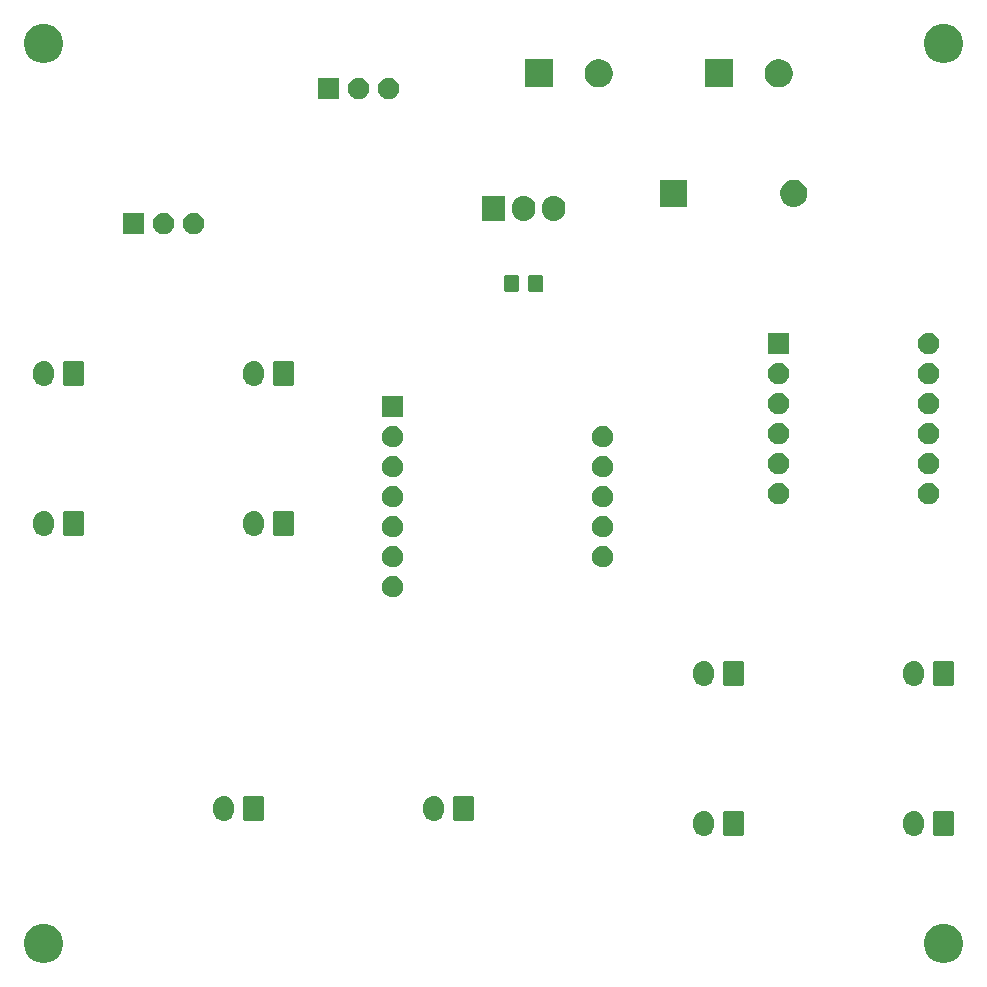
<source format=gbr>
G04 #@! TF.GenerationSoftware,KiCad,Pcbnew,(5.1.5)-3*
G04 #@! TF.CreationDate,2022-03-29T23:14:45-05:00*
G04 #@! TF.ProjectId,ThrottleReverseBrake,5468726f-7474-46c6-9552-657665727365,rev?*
G04 #@! TF.SameCoordinates,Original*
G04 #@! TF.FileFunction,Soldermask,Top*
G04 #@! TF.FilePolarity,Negative*
%FSLAX46Y46*%
G04 Gerber Fmt 4.6, Leading zero omitted, Abs format (unit mm)*
G04 Created by KiCad (PCBNEW (5.1.5)-3) date 2022-03-29 23:14:45*
%MOMM*%
%LPD*%
G04 APERTURE LIST*
%ADD10C,0.100000*%
G04 APERTURE END LIST*
D10*
G36*
X173095256Y-125391298D02*
G01*
X173201579Y-125412447D01*
X173502042Y-125536903D01*
X173772451Y-125717585D01*
X174002415Y-125947549D01*
X174183097Y-126217958D01*
X174307553Y-126518421D01*
X174371000Y-126837391D01*
X174371000Y-127162609D01*
X174307553Y-127481579D01*
X174183097Y-127782042D01*
X174002415Y-128052451D01*
X173772451Y-128282415D01*
X173502042Y-128463097D01*
X173201579Y-128587553D01*
X173095256Y-128608702D01*
X172882611Y-128651000D01*
X172557389Y-128651000D01*
X172344744Y-128608702D01*
X172238421Y-128587553D01*
X171937958Y-128463097D01*
X171667549Y-128282415D01*
X171437585Y-128052451D01*
X171256903Y-127782042D01*
X171132447Y-127481579D01*
X171069000Y-127162609D01*
X171069000Y-126837391D01*
X171132447Y-126518421D01*
X171256903Y-126217958D01*
X171437585Y-125947549D01*
X171667549Y-125717585D01*
X171937958Y-125536903D01*
X172238421Y-125412447D01*
X172344744Y-125391298D01*
X172557389Y-125349000D01*
X172882611Y-125349000D01*
X173095256Y-125391298D01*
G37*
G36*
X96895256Y-125391298D02*
G01*
X97001579Y-125412447D01*
X97302042Y-125536903D01*
X97572451Y-125717585D01*
X97802415Y-125947549D01*
X97983097Y-126217958D01*
X98107553Y-126518421D01*
X98171000Y-126837391D01*
X98171000Y-127162609D01*
X98107553Y-127481579D01*
X97983097Y-127782042D01*
X97802415Y-128052451D01*
X97572451Y-128282415D01*
X97302042Y-128463097D01*
X97001579Y-128587553D01*
X96895256Y-128608702D01*
X96682611Y-128651000D01*
X96357389Y-128651000D01*
X96144744Y-128608702D01*
X96038421Y-128587553D01*
X95737958Y-128463097D01*
X95467549Y-128282415D01*
X95237585Y-128052451D01*
X95056903Y-127782042D01*
X94932447Y-127481579D01*
X94869000Y-127162609D01*
X94869000Y-126837391D01*
X94932447Y-126518421D01*
X95056903Y-126217958D01*
X95237585Y-125947549D01*
X95467549Y-125717585D01*
X95737958Y-125536903D01*
X96038421Y-125412447D01*
X96144744Y-125391298D01*
X96357389Y-125349000D01*
X96682611Y-125349000D01*
X96895256Y-125391298D01*
G37*
G36*
X170356627Y-115802037D02*
G01*
X170526466Y-115853557D01*
X170682991Y-115937222D01*
X170718729Y-115966552D01*
X170820186Y-116049814D01*
X170903448Y-116151271D01*
X170932778Y-116187009D01*
X171016443Y-116343534D01*
X171067963Y-116513374D01*
X171072205Y-116556442D01*
X171078993Y-116625359D01*
X171081000Y-116645743D01*
X171081000Y-117034258D01*
X171067963Y-117166627D01*
X171016443Y-117336466D01*
X170932778Y-117492991D01*
X170903448Y-117528729D01*
X170820186Y-117630186D01*
X170682989Y-117742779D01*
X170526467Y-117826442D01*
X170526465Y-117826443D01*
X170356626Y-117877963D01*
X170180000Y-117895359D01*
X170003373Y-117877963D01*
X169833534Y-117826443D01*
X169677009Y-117742778D01*
X169634750Y-117708097D01*
X169539814Y-117630186D01*
X169427221Y-117492989D01*
X169343558Y-117336467D01*
X169343557Y-117336465D01*
X169292037Y-117166626D01*
X169279000Y-117034257D01*
X169279000Y-116645742D01*
X169281008Y-116625359D01*
X169292037Y-116513375D01*
X169292037Y-116513373D01*
X169343557Y-116343534D01*
X169427222Y-116187009D01*
X169539815Y-116049815D01*
X169677010Y-115937222D01*
X169833535Y-115853557D01*
X170003374Y-115802037D01*
X170180000Y-115784641D01*
X170356627Y-115802037D01*
G37*
G36*
X152576627Y-115802037D02*
G01*
X152746466Y-115853557D01*
X152902991Y-115937222D01*
X152938729Y-115966552D01*
X153040186Y-116049814D01*
X153123448Y-116151271D01*
X153152778Y-116187009D01*
X153236443Y-116343534D01*
X153287963Y-116513374D01*
X153292205Y-116556442D01*
X153298993Y-116625359D01*
X153301000Y-116645743D01*
X153301000Y-117034258D01*
X153287963Y-117166627D01*
X153236443Y-117336466D01*
X153152778Y-117492991D01*
X153123448Y-117528729D01*
X153040186Y-117630186D01*
X152902989Y-117742779D01*
X152746467Y-117826442D01*
X152746465Y-117826443D01*
X152576626Y-117877963D01*
X152400000Y-117895359D01*
X152223373Y-117877963D01*
X152053534Y-117826443D01*
X151897009Y-117742778D01*
X151854750Y-117708097D01*
X151759814Y-117630186D01*
X151647221Y-117492989D01*
X151563558Y-117336467D01*
X151563557Y-117336465D01*
X151512037Y-117166626D01*
X151499000Y-117034257D01*
X151499000Y-116645742D01*
X151501008Y-116625359D01*
X151512037Y-116513375D01*
X151512037Y-116513373D01*
X151563557Y-116343534D01*
X151647222Y-116187009D01*
X151759815Y-116049815D01*
X151897010Y-115937222D01*
X152053535Y-115853557D01*
X152223374Y-115802037D01*
X152400000Y-115784641D01*
X152576627Y-115802037D01*
G37*
G36*
X155698600Y-115792989D02*
G01*
X155731652Y-115803015D01*
X155762103Y-115819292D01*
X155788799Y-115841201D01*
X155810708Y-115867897D01*
X155826985Y-115898348D01*
X155837011Y-115931400D01*
X155841000Y-115971903D01*
X155841000Y-117708097D01*
X155837011Y-117748600D01*
X155826985Y-117781652D01*
X155810708Y-117812103D01*
X155788799Y-117838799D01*
X155762103Y-117860708D01*
X155731652Y-117876985D01*
X155698600Y-117887011D01*
X155658097Y-117891000D01*
X154221903Y-117891000D01*
X154181400Y-117887011D01*
X154148348Y-117876985D01*
X154117897Y-117860708D01*
X154091201Y-117838799D01*
X154069292Y-117812103D01*
X154053015Y-117781652D01*
X154042989Y-117748600D01*
X154039000Y-117708097D01*
X154039000Y-115971903D01*
X154042989Y-115931400D01*
X154053015Y-115898348D01*
X154069292Y-115867897D01*
X154091201Y-115841201D01*
X154117897Y-115819292D01*
X154148348Y-115803015D01*
X154181400Y-115792989D01*
X154221903Y-115789000D01*
X155658097Y-115789000D01*
X155698600Y-115792989D01*
G37*
G36*
X173478600Y-115792989D02*
G01*
X173511652Y-115803015D01*
X173542103Y-115819292D01*
X173568799Y-115841201D01*
X173590708Y-115867897D01*
X173606985Y-115898348D01*
X173617011Y-115931400D01*
X173621000Y-115971903D01*
X173621000Y-117708097D01*
X173617011Y-117748600D01*
X173606985Y-117781652D01*
X173590708Y-117812103D01*
X173568799Y-117838799D01*
X173542103Y-117860708D01*
X173511652Y-117876985D01*
X173478600Y-117887011D01*
X173438097Y-117891000D01*
X172001903Y-117891000D01*
X171961400Y-117887011D01*
X171928348Y-117876985D01*
X171897897Y-117860708D01*
X171871201Y-117838799D01*
X171849292Y-117812103D01*
X171833015Y-117781652D01*
X171822989Y-117748600D01*
X171819000Y-117708097D01*
X171819000Y-115971903D01*
X171822989Y-115931400D01*
X171833015Y-115898348D01*
X171849292Y-115867897D01*
X171871201Y-115841201D01*
X171897897Y-115819292D01*
X171928348Y-115803015D01*
X171961400Y-115792989D01*
X172001903Y-115789000D01*
X173438097Y-115789000D01*
X173478600Y-115792989D01*
G37*
G36*
X111936627Y-114532037D02*
G01*
X112106466Y-114583557D01*
X112262991Y-114667222D01*
X112298729Y-114696552D01*
X112400186Y-114779814D01*
X112483448Y-114881271D01*
X112512778Y-114917009D01*
X112596443Y-115073534D01*
X112647963Y-115243374D01*
X112647963Y-115243376D01*
X112661000Y-115375741D01*
X112661000Y-115764260D01*
X112658563Y-115789000D01*
X112647963Y-115896627D01*
X112596443Y-116066466D01*
X112512778Y-116222991D01*
X112483448Y-116258729D01*
X112400186Y-116360186D01*
X112262989Y-116472779D01*
X112106467Y-116556442D01*
X112106465Y-116556443D01*
X111936626Y-116607963D01*
X111760000Y-116625359D01*
X111583373Y-116607963D01*
X111413534Y-116556443D01*
X111257009Y-116472778D01*
X111214750Y-116438097D01*
X111119814Y-116360186D01*
X111007221Y-116222989D01*
X110923558Y-116066467D01*
X110919776Y-116054000D01*
X110872037Y-115896626D01*
X110861437Y-115789000D01*
X110859000Y-115764259D01*
X110859000Y-115375740D01*
X110872037Y-115243375D01*
X110872037Y-115243373D01*
X110923557Y-115073534D01*
X111007222Y-114917009D01*
X111119815Y-114779815D01*
X111257010Y-114667222D01*
X111413535Y-114583557D01*
X111583374Y-114532037D01*
X111760000Y-114514641D01*
X111936627Y-114532037D01*
G37*
G36*
X129716627Y-114532037D02*
G01*
X129886466Y-114583557D01*
X130042991Y-114667222D01*
X130078729Y-114696552D01*
X130180186Y-114779814D01*
X130263448Y-114881271D01*
X130292778Y-114917009D01*
X130376443Y-115073534D01*
X130427963Y-115243374D01*
X130427963Y-115243376D01*
X130441000Y-115375741D01*
X130441000Y-115764260D01*
X130438563Y-115789000D01*
X130427963Y-115896627D01*
X130376443Y-116066466D01*
X130292778Y-116222991D01*
X130263448Y-116258729D01*
X130180186Y-116360186D01*
X130042989Y-116472779D01*
X129886467Y-116556442D01*
X129886465Y-116556443D01*
X129716626Y-116607963D01*
X129540000Y-116625359D01*
X129363373Y-116607963D01*
X129193534Y-116556443D01*
X129037009Y-116472778D01*
X128994750Y-116438097D01*
X128899814Y-116360186D01*
X128787221Y-116222989D01*
X128703558Y-116066467D01*
X128699776Y-116054000D01*
X128652037Y-115896626D01*
X128641437Y-115789000D01*
X128639000Y-115764259D01*
X128639000Y-115375740D01*
X128652037Y-115243375D01*
X128652037Y-115243373D01*
X128703557Y-115073534D01*
X128787222Y-114917009D01*
X128899815Y-114779815D01*
X129037010Y-114667222D01*
X129193535Y-114583557D01*
X129363374Y-114532037D01*
X129540000Y-114514641D01*
X129716627Y-114532037D01*
G37*
G36*
X132838600Y-114522989D02*
G01*
X132871652Y-114533015D01*
X132902103Y-114549292D01*
X132928799Y-114571201D01*
X132950708Y-114597897D01*
X132966985Y-114628348D01*
X132977011Y-114661400D01*
X132981000Y-114701903D01*
X132981000Y-116438097D01*
X132977011Y-116478600D01*
X132966985Y-116511652D01*
X132950708Y-116542103D01*
X132928799Y-116568799D01*
X132902103Y-116590708D01*
X132871652Y-116606985D01*
X132838600Y-116617011D01*
X132798097Y-116621000D01*
X131361903Y-116621000D01*
X131321400Y-116617011D01*
X131288348Y-116606985D01*
X131257897Y-116590708D01*
X131231201Y-116568799D01*
X131209292Y-116542103D01*
X131193015Y-116511652D01*
X131182989Y-116478600D01*
X131179000Y-116438097D01*
X131179000Y-114701903D01*
X131182989Y-114661400D01*
X131193015Y-114628348D01*
X131209292Y-114597897D01*
X131231201Y-114571201D01*
X131257897Y-114549292D01*
X131288348Y-114533015D01*
X131321400Y-114522989D01*
X131361903Y-114519000D01*
X132798097Y-114519000D01*
X132838600Y-114522989D01*
G37*
G36*
X115058600Y-114522989D02*
G01*
X115091652Y-114533015D01*
X115122103Y-114549292D01*
X115148799Y-114571201D01*
X115170708Y-114597897D01*
X115186985Y-114628348D01*
X115197011Y-114661400D01*
X115201000Y-114701903D01*
X115201000Y-116438097D01*
X115197011Y-116478600D01*
X115186985Y-116511652D01*
X115170708Y-116542103D01*
X115148799Y-116568799D01*
X115122103Y-116590708D01*
X115091652Y-116606985D01*
X115058600Y-116617011D01*
X115018097Y-116621000D01*
X113581903Y-116621000D01*
X113541400Y-116617011D01*
X113508348Y-116606985D01*
X113477897Y-116590708D01*
X113451201Y-116568799D01*
X113429292Y-116542103D01*
X113413015Y-116511652D01*
X113402989Y-116478600D01*
X113399000Y-116438097D01*
X113399000Y-114701903D01*
X113402989Y-114661400D01*
X113413015Y-114628348D01*
X113429292Y-114597897D01*
X113451201Y-114571201D01*
X113477897Y-114549292D01*
X113508348Y-114533015D01*
X113541400Y-114522989D01*
X113581903Y-114519000D01*
X115018097Y-114519000D01*
X115058600Y-114522989D01*
G37*
G36*
X170356627Y-103102037D02*
G01*
X170526466Y-103153557D01*
X170682991Y-103237222D01*
X170718729Y-103266552D01*
X170820186Y-103349814D01*
X170903448Y-103451271D01*
X170932778Y-103487009D01*
X171016443Y-103643534D01*
X171067963Y-103813374D01*
X171081000Y-103945743D01*
X171081000Y-104334258D01*
X171067963Y-104466627D01*
X171016443Y-104636466D01*
X170932778Y-104792991D01*
X170903448Y-104828729D01*
X170820186Y-104930186D01*
X170682989Y-105042779D01*
X170526467Y-105126442D01*
X170526465Y-105126443D01*
X170356626Y-105177963D01*
X170180000Y-105195359D01*
X170003373Y-105177963D01*
X169833534Y-105126443D01*
X169677009Y-105042778D01*
X169634750Y-105008097D01*
X169539814Y-104930186D01*
X169427221Y-104792989D01*
X169343558Y-104636467D01*
X169343557Y-104636465D01*
X169292037Y-104466626D01*
X169279000Y-104334257D01*
X169279000Y-103945742D01*
X169292037Y-103813373D01*
X169343557Y-103643534D01*
X169427222Y-103487009D01*
X169539815Y-103349815D01*
X169677010Y-103237222D01*
X169833535Y-103153557D01*
X170003374Y-103102037D01*
X170180000Y-103084641D01*
X170356627Y-103102037D01*
G37*
G36*
X152576627Y-103102037D02*
G01*
X152746466Y-103153557D01*
X152902991Y-103237222D01*
X152938729Y-103266552D01*
X153040186Y-103349814D01*
X153123448Y-103451271D01*
X153152778Y-103487009D01*
X153236443Y-103643534D01*
X153287963Y-103813374D01*
X153301000Y-103945743D01*
X153301000Y-104334258D01*
X153287963Y-104466627D01*
X153236443Y-104636466D01*
X153152778Y-104792991D01*
X153123448Y-104828729D01*
X153040186Y-104930186D01*
X152902989Y-105042779D01*
X152746467Y-105126442D01*
X152746465Y-105126443D01*
X152576626Y-105177963D01*
X152400000Y-105195359D01*
X152223373Y-105177963D01*
X152053534Y-105126443D01*
X151897009Y-105042778D01*
X151854750Y-105008097D01*
X151759814Y-104930186D01*
X151647221Y-104792989D01*
X151563558Y-104636467D01*
X151563557Y-104636465D01*
X151512037Y-104466626D01*
X151499000Y-104334257D01*
X151499000Y-103945742D01*
X151512037Y-103813373D01*
X151563557Y-103643534D01*
X151647222Y-103487009D01*
X151759815Y-103349815D01*
X151897010Y-103237222D01*
X152053535Y-103153557D01*
X152223374Y-103102037D01*
X152400000Y-103084641D01*
X152576627Y-103102037D01*
G37*
G36*
X173478600Y-103092989D02*
G01*
X173511652Y-103103015D01*
X173542103Y-103119292D01*
X173568799Y-103141201D01*
X173590708Y-103167897D01*
X173606985Y-103198348D01*
X173617011Y-103231400D01*
X173621000Y-103271903D01*
X173621000Y-105008097D01*
X173617011Y-105048600D01*
X173606985Y-105081652D01*
X173590708Y-105112103D01*
X173568799Y-105138799D01*
X173542103Y-105160708D01*
X173511652Y-105176985D01*
X173478600Y-105187011D01*
X173438097Y-105191000D01*
X172001903Y-105191000D01*
X171961400Y-105187011D01*
X171928348Y-105176985D01*
X171897897Y-105160708D01*
X171871201Y-105138799D01*
X171849292Y-105112103D01*
X171833015Y-105081652D01*
X171822989Y-105048600D01*
X171819000Y-105008097D01*
X171819000Y-103271903D01*
X171822989Y-103231400D01*
X171833015Y-103198348D01*
X171849292Y-103167897D01*
X171871201Y-103141201D01*
X171897897Y-103119292D01*
X171928348Y-103103015D01*
X171961400Y-103092989D01*
X172001903Y-103089000D01*
X173438097Y-103089000D01*
X173478600Y-103092989D01*
G37*
G36*
X155698600Y-103092989D02*
G01*
X155731652Y-103103015D01*
X155762103Y-103119292D01*
X155788799Y-103141201D01*
X155810708Y-103167897D01*
X155826985Y-103198348D01*
X155837011Y-103231400D01*
X155841000Y-103271903D01*
X155841000Y-105008097D01*
X155837011Y-105048600D01*
X155826985Y-105081652D01*
X155810708Y-105112103D01*
X155788799Y-105138799D01*
X155762103Y-105160708D01*
X155731652Y-105176985D01*
X155698600Y-105187011D01*
X155658097Y-105191000D01*
X154221903Y-105191000D01*
X154181400Y-105187011D01*
X154148348Y-105176985D01*
X154117897Y-105160708D01*
X154091201Y-105138799D01*
X154069292Y-105112103D01*
X154053015Y-105081652D01*
X154042989Y-105048600D01*
X154039000Y-105008097D01*
X154039000Y-103271903D01*
X154042989Y-103231400D01*
X154053015Y-103198348D01*
X154069292Y-103167897D01*
X154091201Y-103141201D01*
X154117897Y-103119292D01*
X154148348Y-103103015D01*
X154181400Y-103092989D01*
X154221903Y-103089000D01*
X155658097Y-103089000D01*
X155698600Y-103092989D01*
G37*
G36*
X126191492Y-95890627D02*
G01*
X126340792Y-95920324D01*
X126504764Y-95988244D01*
X126652334Y-96086847D01*
X126777833Y-96212346D01*
X126876436Y-96359916D01*
X126944356Y-96523888D01*
X126978980Y-96697959D01*
X126978980Y-96875441D01*
X126944356Y-97049512D01*
X126876436Y-97213484D01*
X126777833Y-97361054D01*
X126652334Y-97486553D01*
X126504764Y-97585156D01*
X126340792Y-97653076D01*
X126191492Y-97682773D01*
X126166722Y-97687700D01*
X125989238Y-97687700D01*
X125964468Y-97682773D01*
X125815168Y-97653076D01*
X125651196Y-97585156D01*
X125503626Y-97486553D01*
X125378127Y-97361054D01*
X125279524Y-97213484D01*
X125211604Y-97049512D01*
X125176980Y-96875441D01*
X125176980Y-96697959D01*
X125211604Y-96523888D01*
X125279524Y-96359916D01*
X125378127Y-96212346D01*
X125503626Y-96086847D01*
X125651196Y-95988244D01*
X125815168Y-95920324D01*
X125964468Y-95890627D01*
X125989238Y-95885700D01*
X126166722Y-95885700D01*
X126191492Y-95890627D01*
G37*
G36*
X143971492Y-93350627D02*
G01*
X144120792Y-93380324D01*
X144284764Y-93448244D01*
X144432334Y-93546847D01*
X144557833Y-93672346D01*
X144656436Y-93819916D01*
X144724356Y-93983888D01*
X144758980Y-94157959D01*
X144758980Y-94335441D01*
X144724356Y-94509512D01*
X144656436Y-94673484D01*
X144557833Y-94821054D01*
X144432334Y-94946553D01*
X144284764Y-95045156D01*
X144120792Y-95113076D01*
X143971492Y-95142773D01*
X143946722Y-95147700D01*
X143769238Y-95147700D01*
X143744468Y-95142773D01*
X143595168Y-95113076D01*
X143431196Y-95045156D01*
X143283626Y-94946553D01*
X143158127Y-94821054D01*
X143059524Y-94673484D01*
X142991604Y-94509512D01*
X142956980Y-94335441D01*
X142956980Y-94157959D01*
X142991604Y-93983888D01*
X143059524Y-93819916D01*
X143158127Y-93672346D01*
X143283626Y-93546847D01*
X143431196Y-93448244D01*
X143595168Y-93380324D01*
X143744468Y-93350627D01*
X143769238Y-93345700D01*
X143946722Y-93345700D01*
X143971492Y-93350627D01*
G37*
G36*
X126191492Y-93350627D02*
G01*
X126340792Y-93380324D01*
X126504764Y-93448244D01*
X126652334Y-93546847D01*
X126777833Y-93672346D01*
X126876436Y-93819916D01*
X126944356Y-93983888D01*
X126978980Y-94157959D01*
X126978980Y-94335441D01*
X126944356Y-94509512D01*
X126876436Y-94673484D01*
X126777833Y-94821054D01*
X126652334Y-94946553D01*
X126504764Y-95045156D01*
X126340792Y-95113076D01*
X126191492Y-95142773D01*
X126166722Y-95147700D01*
X125989238Y-95147700D01*
X125964468Y-95142773D01*
X125815168Y-95113076D01*
X125651196Y-95045156D01*
X125503626Y-94946553D01*
X125378127Y-94821054D01*
X125279524Y-94673484D01*
X125211604Y-94509512D01*
X125176980Y-94335441D01*
X125176980Y-94157959D01*
X125211604Y-93983888D01*
X125279524Y-93819916D01*
X125378127Y-93672346D01*
X125503626Y-93546847D01*
X125651196Y-93448244D01*
X125815168Y-93380324D01*
X125964468Y-93350627D01*
X125989238Y-93345700D01*
X126166722Y-93345700D01*
X126191492Y-93350627D01*
G37*
G36*
X143971492Y-90810627D02*
G01*
X144120792Y-90840324D01*
X144284764Y-90908244D01*
X144432334Y-91006847D01*
X144557833Y-91132346D01*
X144656436Y-91279916D01*
X144724356Y-91443888D01*
X144758980Y-91617959D01*
X144758980Y-91795441D01*
X144724356Y-91969512D01*
X144656436Y-92133484D01*
X144557833Y-92281054D01*
X144432334Y-92406553D01*
X144284764Y-92505156D01*
X144120792Y-92573076D01*
X143971492Y-92602773D01*
X143946722Y-92607700D01*
X143769238Y-92607700D01*
X143744468Y-92602773D01*
X143595168Y-92573076D01*
X143431196Y-92505156D01*
X143283626Y-92406553D01*
X143158127Y-92281054D01*
X143059524Y-92133484D01*
X142991604Y-91969512D01*
X142956980Y-91795441D01*
X142956980Y-91617959D01*
X142991604Y-91443888D01*
X143059524Y-91279916D01*
X143158127Y-91132346D01*
X143283626Y-91006847D01*
X143431196Y-90908244D01*
X143595168Y-90840324D01*
X143744468Y-90810627D01*
X143769238Y-90805700D01*
X143946722Y-90805700D01*
X143971492Y-90810627D01*
G37*
G36*
X126191492Y-90810627D02*
G01*
X126340792Y-90840324D01*
X126504764Y-90908244D01*
X126652334Y-91006847D01*
X126777833Y-91132346D01*
X126876436Y-91279916D01*
X126944356Y-91443888D01*
X126978980Y-91617959D01*
X126978980Y-91795441D01*
X126944356Y-91969512D01*
X126876436Y-92133484D01*
X126777833Y-92281054D01*
X126652334Y-92406553D01*
X126504764Y-92505156D01*
X126340792Y-92573076D01*
X126191492Y-92602773D01*
X126166722Y-92607700D01*
X125989238Y-92607700D01*
X125964468Y-92602773D01*
X125815168Y-92573076D01*
X125651196Y-92505156D01*
X125503626Y-92406553D01*
X125378127Y-92281054D01*
X125279524Y-92133484D01*
X125211604Y-91969512D01*
X125176980Y-91795441D01*
X125176980Y-91617959D01*
X125211604Y-91443888D01*
X125279524Y-91279916D01*
X125378127Y-91132346D01*
X125503626Y-91006847D01*
X125651196Y-90908244D01*
X125815168Y-90840324D01*
X125964468Y-90810627D01*
X125989238Y-90805700D01*
X126166722Y-90805700D01*
X126191492Y-90810627D01*
G37*
G36*
X96696627Y-90402037D02*
G01*
X96866466Y-90453557D01*
X97022991Y-90537222D01*
X97058729Y-90566552D01*
X97160186Y-90649814D01*
X97243448Y-90751271D01*
X97272778Y-90787009D01*
X97356443Y-90943534D01*
X97407963Y-91113374D01*
X97421000Y-91245743D01*
X97421000Y-91634258D01*
X97407963Y-91766627D01*
X97356443Y-91936466D01*
X97272778Y-92092991D01*
X97243448Y-92128729D01*
X97160186Y-92230186D01*
X97022989Y-92342779D01*
X96866467Y-92426442D01*
X96866465Y-92426443D01*
X96696626Y-92477963D01*
X96520000Y-92495359D01*
X96343373Y-92477963D01*
X96173534Y-92426443D01*
X96017009Y-92342778D01*
X95974750Y-92308097D01*
X95879814Y-92230186D01*
X95767221Y-92092989D01*
X95683558Y-91936467D01*
X95683557Y-91936465D01*
X95632037Y-91766626D01*
X95619000Y-91634257D01*
X95619000Y-91245742D01*
X95632037Y-91113373D01*
X95683557Y-90943534D01*
X95767222Y-90787009D01*
X95879815Y-90649815D01*
X96017010Y-90537222D01*
X96173535Y-90453557D01*
X96343374Y-90402037D01*
X96520000Y-90384641D01*
X96696627Y-90402037D01*
G37*
G36*
X114476627Y-90402037D02*
G01*
X114646466Y-90453557D01*
X114802991Y-90537222D01*
X114838729Y-90566552D01*
X114940186Y-90649814D01*
X115023448Y-90751271D01*
X115052778Y-90787009D01*
X115136443Y-90943534D01*
X115187963Y-91113374D01*
X115201000Y-91245743D01*
X115201000Y-91634258D01*
X115187963Y-91766627D01*
X115136443Y-91936466D01*
X115052778Y-92092991D01*
X115023448Y-92128729D01*
X114940186Y-92230186D01*
X114802989Y-92342779D01*
X114646467Y-92426442D01*
X114646465Y-92426443D01*
X114476626Y-92477963D01*
X114300000Y-92495359D01*
X114123373Y-92477963D01*
X113953534Y-92426443D01*
X113797009Y-92342778D01*
X113754750Y-92308097D01*
X113659814Y-92230186D01*
X113547221Y-92092989D01*
X113463558Y-91936467D01*
X113463557Y-91936465D01*
X113412037Y-91766626D01*
X113399000Y-91634257D01*
X113399000Y-91245742D01*
X113412037Y-91113373D01*
X113463557Y-90943534D01*
X113547222Y-90787009D01*
X113659815Y-90649815D01*
X113797010Y-90537222D01*
X113953535Y-90453557D01*
X114123374Y-90402037D01*
X114300000Y-90384641D01*
X114476627Y-90402037D01*
G37*
G36*
X99818600Y-90392989D02*
G01*
X99851652Y-90403015D01*
X99882103Y-90419292D01*
X99908799Y-90441201D01*
X99930708Y-90467897D01*
X99946985Y-90498348D01*
X99957011Y-90531400D01*
X99961000Y-90571903D01*
X99961000Y-92308097D01*
X99957011Y-92348600D01*
X99946985Y-92381652D01*
X99930708Y-92412103D01*
X99908799Y-92438799D01*
X99882103Y-92460708D01*
X99851652Y-92476985D01*
X99818600Y-92487011D01*
X99778097Y-92491000D01*
X98341903Y-92491000D01*
X98301400Y-92487011D01*
X98268348Y-92476985D01*
X98237897Y-92460708D01*
X98211201Y-92438799D01*
X98189292Y-92412103D01*
X98173015Y-92381652D01*
X98162989Y-92348600D01*
X98159000Y-92308097D01*
X98159000Y-90571903D01*
X98162989Y-90531400D01*
X98173015Y-90498348D01*
X98189292Y-90467897D01*
X98211201Y-90441201D01*
X98237897Y-90419292D01*
X98268348Y-90403015D01*
X98301400Y-90392989D01*
X98341903Y-90389000D01*
X99778097Y-90389000D01*
X99818600Y-90392989D01*
G37*
G36*
X117598600Y-90392989D02*
G01*
X117631652Y-90403015D01*
X117662103Y-90419292D01*
X117688799Y-90441201D01*
X117710708Y-90467897D01*
X117726985Y-90498348D01*
X117737011Y-90531400D01*
X117741000Y-90571903D01*
X117741000Y-92308097D01*
X117737011Y-92348600D01*
X117726985Y-92381652D01*
X117710708Y-92412103D01*
X117688799Y-92438799D01*
X117662103Y-92460708D01*
X117631652Y-92476985D01*
X117598600Y-92487011D01*
X117558097Y-92491000D01*
X116121903Y-92491000D01*
X116081400Y-92487011D01*
X116048348Y-92476985D01*
X116017897Y-92460708D01*
X115991201Y-92438799D01*
X115969292Y-92412103D01*
X115953015Y-92381652D01*
X115942989Y-92348600D01*
X115939000Y-92308097D01*
X115939000Y-90571903D01*
X115942989Y-90531400D01*
X115953015Y-90498348D01*
X115969292Y-90467897D01*
X115991201Y-90441201D01*
X116017897Y-90419292D01*
X116048348Y-90403015D01*
X116081400Y-90392989D01*
X116121903Y-90389000D01*
X117558097Y-90389000D01*
X117598600Y-90392989D01*
G37*
G36*
X126191492Y-88270627D02*
G01*
X126340792Y-88300324D01*
X126504764Y-88368244D01*
X126652334Y-88466847D01*
X126777833Y-88592346D01*
X126876436Y-88739916D01*
X126944356Y-88903888D01*
X126978980Y-89077959D01*
X126978980Y-89255441D01*
X126944356Y-89429512D01*
X126876436Y-89593484D01*
X126777833Y-89741054D01*
X126652334Y-89866553D01*
X126504764Y-89965156D01*
X126340792Y-90033076D01*
X126191492Y-90062773D01*
X126166722Y-90067700D01*
X125989238Y-90067700D01*
X125964468Y-90062773D01*
X125815168Y-90033076D01*
X125651196Y-89965156D01*
X125503626Y-89866553D01*
X125378127Y-89741054D01*
X125279524Y-89593484D01*
X125211604Y-89429512D01*
X125176980Y-89255441D01*
X125176980Y-89077959D01*
X125211604Y-88903888D01*
X125279524Y-88739916D01*
X125378127Y-88592346D01*
X125503626Y-88466847D01*
X125651196Y-88368244D01*
X125815168Y-88300324D01*
X125964468Y-88270627D01*
X125989238Y-88265700D01*
X126166722Y-88265700D01*
X126191492Y-88270627D01*
G37*
G36*
X143971492Y-88270627D02*
G01*
X144120792Y-88300324D01*
X144284764Y-88368244D01*
X144432334Y-88466847D01*
X144557833Y-88592346D01*
X144656436Y-88739916D01*
X144724356Y-88903888D01*
X144758980Y-89077959D01*
X144758980Y-89255441D01*
X144724356Y-89429512D01*
X144656436Y-89593484D01*
X144557833Y-89741054D01*
X144432334Y-89866553D01*
X144284764Y-89965156D01*
X144120792Y-90033076D01*
X143971492Y-90062773D01*
X143946722Y-90067700D01*
X143769238Y-90067700D01*
X143744468Y-90062773D01*
X143595168Y-90033076D01*
X143431196Y-89965156D01*
X143283626Y-89866553D01*
X143158127Y-89741054D01*
X143059524Y-89593484D01*
X142991604Y-89429512D01*
X142956980Y-89255441D01*
X142956980Y-89077959D01*
X142991604Y-88903888D01*
X143059524Y-88739916D01*
X143158127Y-88592346D01*
X143283626Y-88466847D01*
X143431196Y-88368244D01*
X143595168Y-88300324D01*
X143744468Y-88270627D01*
X143769238Y-88265700D01*
X143946722Y-88265700D01*
X143971492Y-88270627D01*
G37*
G36*
X171563512Y-88003927D02*
G01*
X171712812Y-88033624D01*
X171876784Y-88101544D01*
X172024354Y-88200147D01*
X172149853Y-88325646D01*
X172248456Y-88473216D01*
X172316376Y-88637188D01*
X172351000Y-88811259D01*
X172351000Y-88988741D01*
X172316376Y-89162812D01*
X172248456Y-89326784D01*
X172149853Y-89474354D01*
X172024354Y-89599853D01*
X171876784Y-89698456D01*
X171712812Y-89766376D01*
X171563512Y-89796073D01*
X171538742Y-89801000D01*
X171361258Y-89801000D01*
X171336488Y-89796073D01*
X171187188Y-89766376D01*
X171023216Y-89698456D01*
X170875646Y-89599853D01*
X170750147Y-89474354D01*
X170651544Y-89326784D01*
X170583624Y-89162812D01*
X170549000Y-88988741D01*
X170549000Y-88811259D01*
X170583624Y-88637188D01*
X170651544Y-88473216D01*
X170750147Y-88325646D01*
X170875646Y-88200147D01*
X171023216Y-88101544D01*
X171187188Y-88033624D01*
X171336488Y-88003927D01*
X171361258Y-87999000D01*
X171538742Y-87999000D01*
X171563512Y-88003927D01*
G37*
G36*
X158863512Y-88003927D02*
G01*
X159012812Y-88033624D01*
X159176784Y-88101544D01*
X159324354Y-88200147D01*
X159449853Y-88325646D01*
X159548456Y-88473216D01*
X159616376Y-88637188D01*
X159651000Y-88811259D01*
X159651000Y-88988741D01*
X159616376Y-89162812D01*
X159548456Y-89326784D01*
X159449853Y-89474354D01*
X159324354Y-89599853D01*
X159176784Y-89698456D01*
X159012812Y-89766376D01*
X158863512Y-89796073D01*
X158838742Y-89801000D01*
X158661258Y-89801000D01*
X158636488Y-89796073D01*
X158487188Y-89766376D01*
X158323216Y-89698456D01*
X158175646Y-89599853D01*
X158050147Y-89474354D01*
X157951544Y-89326784D01*
X157883624Y-89162812D01*
X157849000Y-88988741D01*
X157849000Y-88811259D01*
X157883624Y-88637188D01*
X157951544Y-88473216D01*
X158050147Y-88325646D01*
X158175646Y-88200147D01*
X158323216Y-88101544D01*
X158487188Y-88033624D01*
X158636488Y-88003927D01*
X158661258Y-87999000D01*
X158838742Y-87999000D01*
X158863512Y-88003927D01*
G37*
G36*
X143971492Y-85730627D02*
G01*
X144120792Y-85760324D01*
X144284764Y-85828244D01*
X144432334Y-85926847D01*
X144557833Y-86052346D01*
X144656436Y-86199916D01*
X144724356Y-86363888D01*
X144758980Y-86537959D01*
X144758980Y-86715441D01*
X144724356Y-86889512D01*
X144656436Y-87053484D01*
X144557833Y-87201054D01*
X144432334Y-87326553D01*
X144284764Y-87425156D01*
X144120792Y-87493076D01*
X143971492Y-87522773D01*
X143946722Y-87527700D01*
X143769238Y-87527700D01*
X143744468Y-87522773D01*
X143595168Y-87493076D01*
X143431196Y-87425156D01*
X143283626Y-87326553D01*
X143158127Y-87201054D01*
X143059524Y-87053484D01*
X142991604Y-86889512D01*
X142956980Y-86715441D01*
X142956980Y-86537959D01*
X142991604Y-86363888D01*
X143059524Y-86199916D01*
X143158127Y-86052346D01*
X143283626Y-85926847D01*
X143431196Y-85828244D01*
X143595168Y-85760324D01*
X143744468Y-85730627D01*
X143769238Y-85725700D01*
X143946722Y-85725700D01*
X143971492Y-85730627D01*
G37*
G36*
X126191492Y-85730627D02*
G01*
X126340792Y-85760324D01*
X126504764Y-85828244D01*
X126652334Y-85926847D01*
X126777833Y-86052346D01*
X126876436Y-86199916D01*
X126944356Y-86363888D01*
X126978980Y-86537959D01*
X126978980Y-86715441D01*
X126944356Y-86889512D01*
X126876436Y-87053484D01*
X126777833Y-87201054D01*
X126652334Y-87326553D01*
X126504764Y-87425156D01*
X126340792Y-87493076D01*
X126191492Y-87522773D01*
X126166722Y-87527700D01*
X125989238Y-87527700D01*
X125964468Y-87522773D01*
X125815168Y-87493076D01*
X125651196Y-87425156D01*
X125503626Y-87326553D01*
X125378127Y-87201054D01*
X125279524Y-87053484D01*
X125211604Y-86889512D01*
X125176980Y-86715441D01*
X125176980Y-86537959D01*
X125211604Y-86363888D01*
X125279524Y-86199916D01*
X125378127Y-86052346D01*
X125503626Y-85926847D01*
X125651196Y-85828244D01*
X125815168Y-85760324D01*
X125964468Y-85730627D01*
X125989238Y-85725700D01*
X126166722Y-85725700D01*
X126191492Y-85730627D01*
G37*
G36*
X171563512Y-85463927D02*
G01*
X171712812Y-85493624D01*
X171876784Y-85561544D01*
X172024354Y-85660147D01*
X172149853Y-85785646D01*
X172248456Y-85933216D01*
X172316376Y-86097188D01*
X172351000Y-86271259D01*
X172351000Y-86448741D01*
X172316376Y-86622812D01*
X172248456Y-86786784D01*
X172149853Y-86934354D01*
X172024354Y-87059853D01*
X171876784Y-87158456D01*
X171712812Y-87226376D01*
X171563512Y-87256073D01*
X171538742Y-87261000D01*
X171361258Y-87261000D01*
X171336488Y-87256073D01*
X171187188Y-87226376D01*
X171023216Y-87158456D01*
X170875646Y-87059853D01*
X170750147Y-86934354D01*
X170651544Y-86786784D01*
X170583624Y-86622812D01*
X170549000Y-86448741D01*
X170549000Y-86271259D01*
X170583624Y-86097188D01*
X170651544Y-85933216D01*
X170750147Y-85785646D01*
X170875646Y-85660147D01*
X171023216Y-85561544D01*
X171187188Y-85493624D01*
X171336488Y-85463927D01*
X171361258Y-85459000D01*
X171538742Y-85459000D01*
X171563512Y-85463927D01*
G37*
G36*
X158863512Y-85463927D02*
G01*
X159012812Y-85493624D01*
X159176784Y-85561544D01*
X159324354Y-85660147D01*
X159449853Y-85785646D01*
X159548456Y-85933216D01*
X159616376Y-86097188D01*
X159651000Y-86271259D01*
X159651000Y-86448741D01*
X159616376Y-86622812D01*
X159548456Y-86786784D01*
X159449853Y-86934354D01*
X159324354Y-87059853D01*
X159176784Y-87158456D01*
X159012812Y-87226376D01*
X158863512Y-87256073D01*
X158838742Y-87261000D01*
X158661258Y-87261000D01*
X158636488Y-87256073D01*
X158487188Y-87226376D01*
X158323216Y-87158456D01*
X158175646Y-87059853D01*
X158050147Y-86934354D01*
X157951544Y-86786784D01*
X157883624Y-86622812D01*
X157849000Y-86448741D01*
X157849000Y-86271259D01*
X157883624Y-86097188D01*
X157951544Y-85933216D01*
X158050147Y-85785646D01*
X158175646Y-85660147D01*
X158323216Y-85561544D01*
X158487188Y-85493624D01*
X158636488Y-85463927D01*
X158661258Y-85459000D01*
X158838742Y-85459000D01*
X158863512Y-85463927D01*
G37*
G36*
X143971492Y-83190627D02*
G01*
X144120792Y-83220324D01*
X144284764Y-83288244D01*
X144432334Y-83386847D01*
X144557833Y-83512346D01*
X144656436Y-83659916D01*
X144724356Y-83823888D01*
X144758980Y-83997959D01*
X144758980Y-84175441D01*
X144724356Y-84349512D01*
X144656436Y-84513484D01*
X144557833Y-84661054D01*
X144432334Y-84786553D01*
X144284764Y-84885156D01*
X144120792Y-84953076D01*
X143971492Y-84982773D01*
X143946722Y-84987700D01*
X143769238Y-84987700D01*
X143744468Y-84982773D01*
X143595168Y-84953076D01*
X143431196Y-84885156D01*
X143283626Y-84786553D01*
X143158127Y-84661054D01*
X143059524Y-84513484D01*
X142991604Y-84349512D01*
X142956980Y-84175441D01*
X142956980Y-83997959D01*
X142991604Y-83823888D01*
X143059524Y-83659916D01*
X143158127Y-83512346D01*
X143283626Y-83386847D01*
X143431196Y-83288244D01*
X143595168Y-83220324D01*
X143744468Y-83190627D01*
X143769238Y-83185700D01*
X143946722Y-83185700D01*
X143971492Y-83190627D01*
G37*
G36*
X126191492Y-83190627D02*
G01*
X126340792Y-83220324D01*
X126504764Y-83288244D01*
X126652334Y-83386847D01*
X126777833Y-83512346D01*
X126876436Y-83659916D01*
X126944356Y-83823888D01*
X126978980Y-83997959D01*
X126978980Y-84175441D01*
X126944356Y-84349512D01*
X126876436Y-84513484D01*
X126777833Y-84661054D01*
X126652334Y-84786553D01*
X126504764Y-84885156D01*
X126340792Y-84953076D01*
X126191492Y-84982773D01*
X126166722Y-84987700D01*
X125989238Y-84987700D01*
X125964468Y-84982773D01*
X125815168Y-84953076D01*
X125651196Y-84885156D01*
X125503626Y-84786553D01*
X125378127Y-84661054D01*
X125279524Y-84513484D01*
X125211604Y-84349512D01*
X125176980Y-84175441D01*
X125176980Y-83997959D01*
X125211604Y-83823888D01*
X125279524Y-83659916D01*
X125378127Y-83512346D01*
X125503626Y-83386847D01*
X125651196Y-83288244D01*
X125815168Y-83220324D01*
X125964468Y-83190627D01*
X125989238Y-83185700D01*
X126166722Y-83185700D01*
X126191492Y-83190627D01*
G37*
G36*
X171563512Y-82923927D02*
G01*
X171712812Y-82953624D01*
X171876784Y-83021544D01*
X172024354Y-83120147D01*
X172149853Y-83245646D01*
X172248456Y-83393216D01*
X172316376Y-83557188D01*
X172351000Y-83731259D01*
X172351000Y-83908741D01*
X172316376Y-84082812D01*
X172248456Y-84246784D01*
X172149853Y-84394354D01*
X172024354Y-84519853D01*
X171876784Y-84618456D01*
X171712812Y-84686376D01*
X171563512Y-84716073D01*
X171538742Y-84721000D01*
X171361258Y-84721000D01*
X171336488Y-84716073D01*
X171187188Y-84686376D01*
X171023216Y-84618456D01*
X170875646Y-84519853D01*
X170750147Y-84394354D01*
X170651544Y-84246784D01*
X170583624Y-84082812D01*
X170549000Y-83908741D01*
X170549000Y-83731259D01*
X170583624Y-83557188D01*
X170651544Y-83393216D01*
X170750147Y-83245646D01*
X170875646Y-83120147D01*
X171023216Y-83021544D01*
X171187188Y-82953624D01*
X171336488Y-82923927D01*
X171361258Y-82919000D01*
X171538742Y-82919000D01*
X171563512Y-82923927D01*
G37*
G36*
X158863512Y-82923927D02*
G01*
X159012812Y-82953624D01*
X159176784Y-83021544D01*
X159324354Y-83120147D01*
X159449853Y-83245646D01*
X159548456Y-83393216D01*
X159616376Y-83557188D01*
X159651000Y-83731259D01*
X159651000Y-83908741D01*
X159616376Y-84082812D01*
X159548456Y-84246784D01*
X159449853Y-84394354D01*
X159324354Y-84519853D01*
X159176784Y-84618456D01*
X159012812Y-84686376D01*
X158863512Y-84716073D01*
X158838742Y-84721000D01*
X158661258Y-84721000D01*
X158636488Y-84716073D01*
X158487188Y-84686376D01*
X158323216Y-84618456D01*
X158175646Y-84519853D01*
X158050147Y-84394354D01*
X157951544Y-84246784D01*
X157883624Y-84082812D01*
X157849000Y-83908741D01*
X157849000Y-83731259D01*
X157883624Y-83557188D01*
X157951544Y-83393216D01*
X158050147Y-83245646D01*
X158175646Y-83120147D01*
X158323216Y-83021544D01*
X158487188Y-82953624D01*
X158636488Y-82923927D01*
X158661258Y-82919000D01*
X158838742Y-82919000D01*
X158863512Y-82923927D01*
G37*
G36*
X126978980Y-82447700D02*
G01*
X125176980Y-82447700D01*
X125176980Y-80645700D01*
X126978980Y-80645700D01*
X126978980Y-82447700D01*
G37*
G36*
X171563512Y-80383927D02*
G01*
X171712812Y-80413624D01*
X171876784Y-80481544D01*
X172024354Y-80580147D01*
X172149853Y-80705646D01*
X172248456Y-80853216D01*
X172316376Y-81017188D01*
X172351000Y-81191259D01*
X172351000Y-81368741D01*
X172316376Y-81542812D01*
X172248456Y-81706784D01*
X172149853Y-81854354D01*
X172024354Y-81979853D01*
X171876784Y-82078456D01*
X171712812Y-82146376D01*
X171563512Y-82176073D01*
X171538742Y-82181000D01*
X171361258Y-82181000D01*
X171336488Y-82176073D01*
X171187188Y-82146376D01*
X171023216Y-82078456D01*
X170875646Y-81979853D01*
X170750147Y-81854354D01*
X170651544Y-81706784D01*
X170583624Y-81542812D01*
X170549000Y-81368741D01*
X170549000Y-81191259D01*
X170583624Y-81017188D01*
X170651544Y-80853216D01*
X170750147Y-80705646D01*
X170875646Y-80580147D01*
X171023216Y-80481544D01*
X171187188Y-80413624D01*
X171336488Y-80383927D01*
X171361258Y-80379000D01*
X171538742Y-80379000D01*
X171563512Y-80383927D01*
G37*
G36*
X158863512Y-80383927D02*
G01*
X159012812Y-80413624D01*
X159176784Y-80481544D01*
X159324354Y-80580147D01*
X159449853Y-80705646D01*
X159548456Y-80853216D01*
X159616376Y-81017188D01*
X159651000Y-81191259D01*
X159651000Y-81368741D01*
X159616376Y-81542812D01*
X159548456Y-81706784D01*
X159449853Y-81854354D01*
X159324354Y-81979853D01*
X159176784Y-82078456D01*
X159012812Y-82146376D01*
X158863512Y-82176073D01*
X158838742Y-82181000D01*
X158661258Y-82181000D01*
X158636488Y-82176073D01*
X158487188Y-82146376D01*
X158323216Y-82078456D01*
X158175646Y-81979853D01*
X158050147Y-81854354D01*
X157951544Y-81706784D01*
X157883624Y-81542812D01*
X157849000Y-81368741D01*
X157849000Y-81191259D01*
X157883624Y-81017188D01*
X157951544Y-80853216D01*
X158050147Y-80705646D01*
X158175646Y-80580147D01*
X158323216Y-80481544D01*
X158487188Y-80413624D01*
X158636488Y-80383927D01*
X158661258Y-80379000D01*
X158838742Y-80379000D01*
X158863512Y-80383927D01*
G37*
G36*
X114476627Y-77702037D02*
G01*
X114646466Y-77753557D01*
X114802991Y-77837222D01*
X114838729Y-77866552D01*
X114940186Y-77949814D01*
X115014319Y-78040147D01*
X115052778Y-78087009D01*
X115136443Y-78243534D01*
X115187963Y-78413374D01*
X115201000Y-78545743D01*
X115201000Y-78934258D01*
X115187963Y-79066627D01*
X115136443Y-79236466D01*
X115052778Y-79392991D01*
X115023448Y-79428729D01*
X114940186Y-79530186D01*
X114802989Y-79642779D01*
X114646467Y-79726442D01*
X114646465Y-79726443D01*
X114476626Y-79777963D01*
X114300000Y-79795359D01*
X114123373Y-79777963D01*
X113953534Y-79726443D01*
X113797009Y-79642778D01*
X113752652Y-79606375D01*
X113659814Y-79530186D01*
X113547221Y-79392989D01*
X113463558Y-79236467D01*
X113442419Y-79166782D01*
X113412037Y-79066626D01*
X113399000Y-78934257D01*
X113399000Y-78545742D01*
X113412037Y-78413373D01*
X113463557Y-78243534D01*
X113547222Y-78087009D01*
X113659815Y-77949815D01*
X113797010Y-77837222D01*
X113953535Y-77753557D01*
X114123374Y-77702037D01*
X114300000Y-77684641D01*
X114476627Y-77702037D01*
G37*
G36*
X96696627Y-77702037D02*
G01*
X96866466Y-77753557D01*
X97022991Y-77837222D01*
X97058729Y-77866552D01*
X97160186Y-77949814D01*
X97234319Y-78040147D01*
X97272778Y-78087009D01*
X97356443Y-78243534D01*
X97407963Y-78413374D01*
X97421000Y-78545743D01*
X97421000Y-78934258D01*
X97407963Y-79066627D01*
X97356443Y-79236466D01*
X97272778Y-79392991D01*
X97243448Y-79428729D01*
X97160186Y-79530186D01*
X97022989Y-79642779D01*
X96866467Y-79726442D01*
X96866465Y-79726443D01*
X96696626Y-79777963D01*
X96520000Y-79795359D01*
X96343373Y-79777963D01*
X96173534Y-79726443D01*
X96017009Y-79642778D01*
X95972652Y-79606375D01*
X95879814Y-79530186D01*
X95767221Y-79392989D01*
X95683558Y-79236467D01*
X95662419Y-79166782D01*
X95632037Y-79066626D01*
X95619000Y-78934257D01*
X95619000Y-78545742D01*
X95632037Y-78413373D01*
X95683557Y-78243534D01*
X95767222Y-78087009D01*
X95879815Y-77949815D01*
X96017010Y-77837222D01*
X96173535Y-77753557D01*
X96343374Y-77702037D01*
X96520000Y-77684641D01*
X96696627Y-77702037D01*
G37*
G36*
X99818600Y-77692989D02*
G01*
X99851652Y-77703015D01*
X99882103Y-77719292D01*
X99908799Y-77741201D01*
X99930708Y-77767897D01*
X99946985Y-77798348D01*
X99957011Y-77831400D01*
X99961000Y-77871903D01*
X99961000Y-79608097D01*
X99957011Y-79648600D01*
X99946985Y-79681652D01*
X99930708Y-79712103D01*
X99908799Y-79738799D01*
X99882103Y-79760708D01*
X99851652Y-79776985D01*
X99818600Y-79787011D01*
X99778097Y-79791000D01*
X98341903Y-79791000D01*
X98301400Y-79787011D01*
X98268348Y-79776985D01*
X98237897Y-79760708D01*
X98211201Y-79738799D01*
X98189292Y-79712103D01*
X98173015Y-79681652D01*
X98162989Y-79648600D01*
X98159000Y-79608097D01*
X98159000Y-77871903D01*
X98162989Y-77831400D01*
X98173015Y-77798348D01*
X98189292Y-77767897D01*
X98211201Y-77741201D01*
X98237897Y-77719292D01*
X98268348Y-77703015D01*
X98301400Y-77692989D01*
X98341903Y-77689000D01*
X99778097Y-77689000D01*
X99818600Y-77692989D01*
G37*
G36*
X117598600Y-77692989D02*
G01*
X117631652Y-77703015D01*
X117662103Y-77719292D01*
X117688799Y-77741201D01*
X117710708Y-77767897D01*
X117726985Y-77798348D01*
X117737011Y-77831400D01*
X117741000Y-77871903D01*
X117741000Y-79608097D01*
X117737011Y-79648600D01*
X117726985Y-79681652D01*
X117710708Y-79712103D01*
X117688799Y-79738799D01*
X117662103Y-79760708D01*
X117631652Y-79776985D01*
X117598600Y-79787011D01*
X117558097Y-79791000D01*
X116121903Y-79791000D01*
X116081400Y-79787011D01*
X116048348Y-79776985D01*
X116017897Y-79760708D01*
X115991201Y-79738799D01*
X115969292Y-79712103D01*
X115953015Y-79681652D01*
X115942989Y-79648600D01*
X115939000Y-79608097D01*
X115939000Y-77871903D01*
X115942989Y-77831400D01*
X115953015Y-77798348D01*
X115969292Y-77767897D01*
X115991201Y-77741201D01*
X116017897Y-77719292D01*
X116048348Y-77703015D01*
X116081400Y-77692989D01*
X116121903Y-77689000D01*
X117558097Y-77689000D01*
X117598600Y-77692989D01*
G37*
G36*
X158863512Y-77843927D02*
G01*
X159012812Y-77873624D01*
X159176784Y-77941544D01*
X159324354Y-78040147D01*
X159449853Y-78165646D01*
X159548456Y-78313216D01*
X159616376Y-78477188D01*
X159651000Y-78651259D01*
X159651000Y-78828741D01*
X159616376Y-79002812D01*
X159548456Y-79166784D01*
X159449853Y-79314354D01*
X159324354Y-79439853D01*
X159176784Y-79538456D01*
X159012812Y-79606376D01*
X158863512Y-79636073D01*
X158838742Y-79641000D01*
X158661258Y-79641000D01*
X158636488Y-79636073D01*
X158487188Y-79606376D01*
X158323216Y-79538456D01*
X158175646Y-79439853D01*
X158050147Y-79314354D01*
X157951544Y-79166784D01*
X157883624Y-79002812D01*
X157849000Y-78828741D01*
X157849000Y-78651259D01*
X157883624Y-78477188D01*
X157951544Y-78313216D01*
X158050147Y-78165646D01*
X158175646Y-78040147D01*
X158323216Y-77941544D01*
X158487188Y-77873624D01*
X158636488Y-77843927D01*
X158661258Y-77839000D01*
X158838742Y-77839000D01*
X158863512Y-77843927D01*
G37*
G36*
X171563512Y-77843927D02*
G01*
X171712812Y-77873624D01*
X171876784Y-77941544D01*
X172024354Y-78040147D01*
X172149853Y-78165646D01*
X172248456Y-78313216D01*
X172316376Y-78477188D01*
X172351000Y-78651259D01*
X172351000Y-78828741D01*
X172316376Y-79002812D01*
X172248456Y-79166784D01*
X172149853Y-79314354D01*
X172024354Y-79439853D01*
X171876784Y-79538456D01*
X171712812Y-79606376D01*
X171563512Y-79636073D01*
X171538742Y-79641000D01*
X171361258Y-79641000D01*
X171336488Y-79636073D01*
X171187188Y-79606376D01*
X171023216Y-79538456D01*
X170875646Y-79439853D01*
X170750147Y-79314354D01*
X170651544Y-79166784D01*
X170583624Y-79002812D01*
X170549000Y-78828741D01*
X170549000Y-78651259D01*
X170583624Y-78477188D01*
X170651544Y-78313216D01*
X170750147Y-78165646D01*
X170875646Y-78040147D01*
X171023216Y-77941544D01*
X171187188Y-77873624D01*
X171336488Y-77843927D01*
X171361258Y-77839000D01*
X171538742Y-77839000D01*
X171563512Y-77843927D01*
G37*
G36*
X171563512Y-75303927D02*
G01*
X171712812Y-75333624D01*
X171876784Y-75401544D01*
X172024354Y-75500147D01*
X172149853Y-75625646D01*
X172248456Y-75773216D01*
X172316376Y-75937188D01*
X172351000Y-76111259D01*
X172351000Y-76288741D01*
X172316376Y-76462812D01*
X172248456Y-76626784D01*
X172149853Y-76774354D01*
X172024354Y-76899853D01*
X171876784Y-76998456D01*
X171712812Y-77066376D01*
X171563512Y-77096073D01*
X171538742Y-77101000D01*
X171361258Y-77101000D01*
X171336488Y-77096073D01*
X171187188Y-77066376D01*
X171023216Y-76998456D01*
X170875646Y-76899853D01*
X170750147Y-76774354D01*
X170651544Y-76626784D01*
X170583624Y-76462812D01*
X170549000Y-76288741D01*
X170549000Y-76111259D01*
X170583624Y-75937188D01*
X170651544Y-75773216D01*
X170750147Y-75625646D01*
X170875646Y-75500147D01*
X171023216Y-75401544D01*
X171187188Y-75333624D01*
X171336488Y-75303927D01*
X171361258Y-75299000D01*
X171538742Y-75299000D01*
X171563512Y-75303927D01*
G37*
G36*
X159651000Y-77101000D02*
G01*
X157849000Y-77101000D01*
X157849000Y-75299000D01*
X159651000Y-75299000D01*
X159651000Y-77101000D01*
G37*
G36*
X138648674Y-70373465D02*
G01*
X138686367Y-70384899D01*
X138721103Y-70403466D01*
X138751548Y-70428452D01*
X138776534Y-70458897D01*
X138795101Y-70493633D01*
X138806535Y-70531326D01*
X138811000Y-70576661D01*
X138811000Y-71663339D01*
X138806535Y-71708674D01*
X138795101Y-71746367D01*
X138776534Y-71781103D01*
X138751548Y-71811548D01*
X138721103Y-71836534D01*
X138686367Y-71855101D01*
X138648674Y-71866535D01*
X138603339Y-71871000D01*
X137766661Y-71871000D01*
X137721326Y-71866535D01*
X137683633Y-71855101D01*
X137648897Y-71836534D01*
X137618452Y-71811548D01*
X137593466Y-71781103D01*
X137574899Y-71746367D01*
X137563465Y-71708674D01*
X137559000Y-71663339D01*
X137559000Y-70576661D01*
X137563465Y-70531326D01*
X137574899Y-70493633D01*
X137593466Y-70458897D01*
X137618452Y-70428452D01*
X137648897Y-70403466D01*
X137683633Y-70384899D01*
X137721326Y-70373465D01*
X137766661Y-70369000D01*
X138603339Y-70369000D01*
X138648674Y-70373465D01*
G37*
G36*
X136598674Y-70373465D02*
G01*
X136636367Y-70384899D01*
X136671103Y-70403466D01*
X136701548Y-70428452D01*
X136726534Y-70458897D01*
X136745101Y-70493633D01*
X136756535Y-70531326D01*
X136761000Y-70576661D01*
X136761000Y-71663339D01*
X136756535Y-71708674D01*
X136745101Y-71746367D01*
X136726534Y-71781103D01*
X136701548Y-71811548D01*
X136671103Y-71836534D01*
X136636367Y-71855101D01*
X136598674Y-71866535D01*
X136553339Y-71871000D01*
X135716661Y-71871000D01*
X135671326Y-71866535D01*
X135633633Y-71855101D01*
X135598897Y-71836534D01*
X135568452Y-71811548D01*
X135543466Y-71781103D01*
X135524899Y-71746367D01*
X135513465Y-71708674D01*
X135509000Y-71663339D01*
X135509000Y-70576661D01*
X135513465Y-70531326D01*
X135524899Y-70493633D01*
X135543466Y-70458897D01*
X135568452Y-70428452D01*
X135598897Y-70403466D01*
X135633633Y-70384899D01*
X135671326Y-70373465D01*
X135716661Y-70369000D01*
X136553339Y-70369000D01*
X136598674Y-70373465D01*
G37*
G36*
X106793512Y-65143927D02*
G01*
X106942812Y-65173624D01*
X107106784Y-65241544D01*
X107254354Y-65340147D01*
X107379853Y-65465646D01*
X107478456Y-65613216D01*
X107546376Y-65777188D01*
X107581000Y-65951259D01*
X107581000Y-66128741D01*
X107546376Y-66302812D01*
X107478456Y-66466784D01*
X107379853Y-66614354D01*
X107254354Y-66739853D01*
X107106784Y-66838456D01*
X106942812Y-66906376D01*
X106793512Y-66936073D01*
X106768742Y-66941000D01*
X106591258Y-66941000D01*
X106566488Y-66936073D01*
X106417188Y-66906376D01*
X106253216Y-66838456D01*
X106105646Y-66739853D01*
X105980147Y-66614354D01*
X105881544Y-66466784D01*
X105813624Y-66302812D01*
X105779000Y-66128741D01*
X105779000Y-65951259D01*
X105813624Y-65777188D01*
X105881544Y-65613216D01*
X105980147Y-65465646D01*
X106105646Y-65340147D01*
X106253216Y-65241544D01*
X106417188Y-65173624D01*
X106566488Y-65143927D01*
X106591258Y-65139000D01*
X106768742Y-65139000D01*
X106793512Y-65143927D01*
G37*
G36*
X105041000Y-66941000D02*
G01*
X103239000Y-66941000D01*
X103239000Y-65139000D01*
X105041000Y-65139000D01*
X105041000Y-66941000D01*
G37*
G36*
X109333512Y-65143927D02*
G01*
X109482812Y-65173624D01*
X109646784Y-65241544D01*
X109794354Y-65340147D01*
X109919853Y-65465646D01*
X110018456Y-65613216D01*
X110086376Y-65777188D01*
X110121000Y-65951259D01*
X110121000Y-66128741D01*
X110086376Y-66302812D01*
X110018456Y-66466784D01*
X109919853Y-66614354D01*
X109794354Y-66739853D01*
X109646784Y-66838456D01*
X109482812Y-66906376D01*
X109333512Y-66936073D01*
X109308742Y-66941000D01*
X109131258Y-66941000D01*
X109106488Y-66936073D01*
X108957188Y-66906376D01*
X108793216Y-66838456D01*
X108645646Y-66739853D01*
X108520147Y-66614354D01*
X108421544Y-66466784D01*
X108353624Y-66302812D01*
X108319000Y-66128741D01*
X108319000Y-65951259D01*
X108353624Y-65777188D01*
X108421544Y-65613216D01*
X108520147Y-65465646D01*
X108645646Y-65340147D01*
X108793216Y-65241544D01*
X108957188Y-65173624D01*
X109106488Y-65143927D01*
X109131258Y-65139000D01*
X109308742Y-65139000D01*
X109333512Y-65143927D01*
G37*
G36*
X139896719Y-63733520D02*
G01*
X140085880Y-63790901D01*
X140085883Y-63790902D01*
X140169755Y-63835733D01*
X140260212Y-63884083D01*
X140413015Y-64009485D01*
X140538417Y-64162288D01*
X140631599Y-64336619D01*
X140688980Y-64525780D01*
X140703500Y-64673206D01*
X140703500Y-64866793D01*
X140688980Y-65014219D01*
X140651128Y-65139000D01*
X140631598Y-65203383D01*
X140611200Y-65241544D01*
X140538417Y-65377712D01*
X140413015Y-65530515D01*
X140260212Y-65655917D01*
X140085881Y-65749099D01*
X139896720Y-65806480D01*
X139700000Y-65825855D01*
X139503281Y-65806480D01*
X139314120Y-65749099D01*
X139139788Y-65655917D01*
X138986985Y-65530515D01*
X138861583Y-65377712D01*
X138768401Y-65203381D01*
X138711020Y-65014220D01*
X138696500Y-64866794D01*
X138696500Y-64673207D01*
X138711020Y-64525781D01*
X138768401Y-64336620D01*
X138768402Y-64336617D01*
X138823402Y-64233720D01*
X138861583Y-64162288D01*
X138986985Y-64009485D01*
X139139788Y-63884083D01*
X139314119Y-63790901D01*
X139503280Y-63733520D01*
X139700000Y-63714145D01*
X139896719Y-63733520D01*
G37*
G36*
X137356719Y-63733520D02*
G01*
X137545880Y-63790901D01*
X137545883Y-63790902D01*
X137629755Y-63835733D01*
X137720212Y-63884083D01*
X137873015Y-64009485D01*
X137998417Y-64162288D01*
X138091599Y-64336619D01*
X138148980Y-64525780D01*
X138163500Y-64673206D01*
X138163500Y-64866793D01*
X138148980Y-65014219D01*
X138111128Y-65139000D01*
X138091598Y-65203383D01*
X138071200Y-65241544D01*
X137998417Y-65377712D01*
X137873015Y-65530515D01*
X137720212Y-65655917D01*
X137545881Y-65749099D01*
X137356720Y-65806480D01*
X137160000Y-65825855D01*
X136963281Y-65806480D01*
X136774120Y-65749099D01*
X136599788Y-65655917D01*
X136446985Y-65530515D01*
X136321583Y-65377712D01*
X136228401Y-65203381D01*
X136171020Y-65014220D01*
X136156500Y-64866794D01*
X136156500Y-64673207D01*
X136171020Y-64525781D01*
X136228401Y-64336620D01*
X136228402Y-64336617D01*
X136283402Y-64233720D01*
X136321583Y-64162288D01*
X136446985Y-64009485D01*
X136599788Y-63884083D01*
X136774119Y-63790901D01*
X136963280Y-63733520D01*
X137160000Y-63714145D01*
X137356719Y-63733520D01*
G37*
G36*
X135623500Y-65821000D02*
G01*
X133616500Y-65821000D01*
X133616500Y-63719000D01*
X135623500Y-63719000D01*
X135623500Y-65821000D01*
G37*
G36*
X151011000Y-64651000D02*
G01*
X148709000Y-64651000D01*
X148709000Y-62349000D01*
X151011000Y-62349000D01*
X151011000Y-64651000D01*
G37*
G36*
X160244549Y-62371116D02*
G01*
X160355734Y-62393232D01*
X160565203Y-62479997D01*
X160753720Y-62605960D01*
X160914040Y-62766280D01*
X161040003Y-62954797D01*
X161126768Y-63164266D01*
X161171000Y-63386636D01*
X161171000Y-63613364D01*
X161126768Y-63835734D01*
X161040003Y-64045203D01*
X160914040Y-64233720D01*
X160753720Y-64394040D01*
X160565203Y-64520003D01*
X160565202Y-64520004D01*
X160565201Y-64520004D01*
X160551249Y-64525783D01*
X160355734Y-64606768D01*
X160244549Y-64628884D01*
X160133365Y-64651000D01*
X159906635Y-64651000D01*
X159795451Y-64628884D01*
X159684266Y-64606768D01*
X159488751Y-64525783D01*
X159474799Y-64520004D01*
X159474798Y-64520004D01*
X159474797Y-64520003D01*
X159286280Y-64394040D01*
X159125960Y-64233720D01*
X158999997Y-64045203D01*
X158913232Y-63835734D01*
X158869000Y-63613364D01*
X158869000Y-63386636D01*
X158913232Y-63164266D01*
X158999997Y-62954797D01*
X159125960Y-62766280D01*
X159286280Y-62605960D01*
X159474797Y-62479997D01*
X159684266Y-62393232D01*
X159795451Y-62371116D01*
X159906635Y-62349000D01*
X160133365Y-62349000D01*
X160244549Y-62371116D01*
G37*
G36*
X125843512Y-53713927D02*
G01*
X125992812Y-53743624D01*
X126156784Y-53811544D01*
X126304354Y-53910147D01*
X126429853Y-54035646D01*
X126528456Y-54183216D01*
X126596376Y-54347188D01*
X126631000Y-54521259D01*
X126631000Y-54698741D01*
X126596376Y-54872812D01*
X126528456Y-55036784D01*
X126429853Y-55184354D01*
X126304354Y-55309853D01*
X126156784Y-55408456D01*
X125992812Y-55476376D01*
X125843512Y-55506073D01*
X125818742Y-55511000D01*
X125641258Y-55511000D01*
X125616488Y-55506073D01*
X125467188Y-55476376D01*
X125303216Y-55408456D01*
X125155646Y-55309853D01*
X125030147Y-55184354D01*
X124931544Y-55036784D01*
X124863624Y-54872812D01*
X124829000Y-54698741D01*
X124829000Y-54521259D01*
X124863624Y-54347188D01*
X124931544Y-54183216D01*
X125030147Y-54035646D01*
X125155646Y-53910147D01*
X125303216Y-53811544D01*
X125467188Y-53743624D01*
X125616488Y-53713927D01*
X125641258Y-53709000D01*
X125818742Y-53709000D01*
X125843512Y-53713927D01*
G37*
G36*
X121551000Y-55511000D02*
G01*
X119749000Y-55511000D01*
X119749000Y-53709000D01*
X121551000Y-53709000D01*
X121551000Y-55511000D01*
G37*
G36*
X123303512Y-53713927D02*
G01*
X123452812Y-53743624D01*
X123616784Y-53811544D01*
X123764354Y-53910147D01*
X123889853Y-54035646D01*
X123988456Y-54183216D01*
X124056376Y-54347188D01*
X124091000Y-54521259D01*
X124091000Y-54698741D01*
X124056376Y-54872812D01*
X123988456Y-55036784D01*
X123889853Y-55184354D01*
X123764354Y-55309853D01*
X123616784Y-55408456D01*
X123452812Y-55476376D01*
X123303512Y-55506073D01*
X123278742Y-55511000D01*
X123101258Y-55511000D01*
X123076488Y-55506073D01*
X122927188Y-55476376D01*
X122763216Y-55408456D01*
X122615646Y-55309853D01*
X122490147Y-55184354D01*
X122391544Y-55036784D01*
X122323624Y-54872812D01*
X122289000Y-54698741D01*
X122289000Y-54521259D01*
X122323624Y-54347188D01*
X122391544Y-54183216D01*
X122490147Y-54035646D01*
X122615646Y-53910147D01*
X122763216Y-53811544D01*
X122927188Y-53743624D01*
X123076488Y-53713927D01*
X123101258Y-53709000D01*
X123278742Y-53709000D01*
X123303512Y-53713927D01*
G37*
G36*
X159098276Y-52191884D02*
G01*
X159270201Y-52263098D01*
X159315571Y-52281891D01*
X159511130Y-52412560D01*
X159677440Y-52578870D01*
X159808110Y-52774431D01*
X159898116Y-52991724D01*
X159944000Y-53222400D01*
X159944000Y-53457600D01*
X159898116Y-53688276D01*
X159808110Y-53905569D01*
X159808109Y-53905571D01*
X159677440Y-54101130D01*
X159511130Y-54267440D01*
X159315571Y-54398109D01*
X159315570Y-54398110D01*
X159315569Y-54398110D01*
X159098276Y-54488116D01*
X158867600Y-54534000D01*
X158632400Y-54534000D01*
X158401724Y-54488116D01*
X158184431Y-54398110D01*
X158184430Y-54398110D01*
X158184429Y-54398109D01*
X157988870Y-54267440D01*
X157822560Y-54101130D01*
X157691891Y-53905571D01*
X157691890Y-53905569D01*
X157601884Y-53688276D01*
X157556000Y-53457600D01*
X157556000Y-53222400D01*
X157601884Y-52991724D01*
X157691890Y-52774431D01*
X157822560Y-52578870D01*
X157988870Y-52412560D01*
X158184429Y-52281891D01*
X158229799Y-52263098D01*
X158401724Y-52191884D01*
X158632400Y-52146000D01*
X158867600Y-52146000D01*
X159098276Y-52191884D01*
G37*
G36*
X154864000Y-54534000D02*
G01*
X152476000Y-54534000D01*
X152476000Y-52146000D01*
X154864000Y-52146000D01*
X154864000Y-54534000D01*
G37*
G36*
X143858276Y-52191884D02*
G01*
X144030201Y-52263098D01*
X144075571Y-52281891D01*
X144271130Y-52412560D01*
X144437440Y-52578870D01*
X144568110Y-52774431D01*
X144658116Y-52991724D01*
X144704000Y-53222400D01*
X144704000Y-53457600D01*
X144658116Y-53688276D01*
X144568110Y-53905569D01*
X144568109Y-53905571D01*
X144437440Y-54101130D01*
X144271130Y-54267440D01*
X144075571Y-54398109D01*
X144075570Y-54398110D01*
X144075569Y-54398110D01*
X143858276Y-54488116D01*
X143627600Y-54534000D01*
X143392400Y-54534000D01*
X143161724Y-54488116D01*
X142944431Y-54398110D01*
X142944430Y-54398110D01*
X142944429Y-54398109D01*
X142748870Y-54267440D01*
X142582560Y-54101130D01*
X142451891Y-53905571D01*
X142451890Y-53905569D01*
X142361884Y-53688276D01*
X142316000Y-53457600D01*
X142316000Y-53222400D01*
X142361884Y-52991724D01*
X142451890Y-52774431D01*
X142582560Y-52578870D01*
X142748870Y-52412560D01*
X142944429Y-52281891D01*
X142989799Y-52263098D01*
X143161724Y-52191884D01*
X143392400Y-52146000D01*
X143627600Y-52146000D01*
X143858276Y-52191884D01*
G37*
G36*
X139624000Y-54534000D02*
G01*
X137236000Y-54534000D01*
X137236000Y-52146000D01*
X139624000Y-52146000D01*
X139624000Y-54534000D01*
G37*
G36*
X173095256Y-49191298D02*
G01*
X173201579Y-49212447D01*
X173502042Y-49336903D01*
X173772451Y-49517585D01*
X174002415Y-49747549D01*
X174183097Y-50017958D01*
X174307553Y-50318421D01*
X174371000Y-50637391D01*
X174371000Y-50962609D01*
X174307553Y-51281579D01*
X174183097Y-51582042D01*
X174002415Y-51852451D01*
X173772451Y-52082415D01*
X173502042Y-52263097D01*
X173502041Y-52263098D01*
X173502040Y-52263098D01*
X173414037Y-52299550D01*
X173201579Y-52387553D01*
X173095256Y-52408702D01*
X172882611Y-52451000D01*
X172557389Y-52451000D01*
X172344744Y-52408702D01*
X172238421Y-52387553D01*
X172025963Y-52299550D01*
X171937960Y-52263098D01*
X171937959Y-52263098D01*
X171937958Y-52263097D01*
X171667549Y-52082415D01*
X171437585Y-51852451D01*
X171256903Y-51582042D01*
X171132447Y-51281579D01*
X171069000Y-50962609D01*
X171069000Y-50637391D01*
X171132447Y-50318421D01*
X171256903Y-50017958D01*
X171437585Y-49747549D01*
X171667549Y-49517585D01*
X171937958Y-49336903D01*
X172238421Y-49212447D01*
X172344744Y-49191298D01*
X172557389Y-49149000D01*
X172882611Y-49149000D01*
X173095256Y-49191298D01*
G37*
G36*
X96895256Y-49191298D02*
G01*
X97001579Y-49212447D01*
X97302042Y-49336903D01*
X97572451Y-49517585D01*
X97802415Y-49747549D01*
X97983097Y-50017958D01*
X98107553Y-50318421D01*
X98171000Y-50637391D01*
X98171000Y-50962609D01*
X98107553Y-51281579D01*
X97983097Y-51582042D01*
X97802415Y-51852451D01*
X97572451Y-52082415D01*
X97302042Y-52263097D01*
X97302041Y-52263098D01*
X97302040Y-52263098D01*
X97214037Y-52299550D01*
X97001579Y-52387553D01*
X96895256Y-52408702D01*
X96682611Y-52451000D01*
X96357389Y-52451000D01*
X96144744Y-52408702D01*
X96038421Y-52387553D01*
X95825963Y-52299550D01*
X95737960Y-52263098D01*
X95737959Y-52263098D01*
X95737958Y-52263097D01*
X95467549Y-52082415D01*
X95237585Y-51852451D01*
X95056903Y-51582042D01*
X94932447Y-51281579D01*
X94869000Y-50962609D01*
X94869000Y-50637391D01*
X94932447Y-50318421D01*
X95056903Y-50017958D01*
X95237585Y-49747549D01*
X95467549Y-49517585D01*
X95737958Y-49336903D01*
X96038421Y-49212447D01*
X96144744Y-49191298D01*
X96357389Y-49149000D01*
X96682611Y-49149000D01*
X96895256Y-49191298D01*
G37*
M02*

</source>
